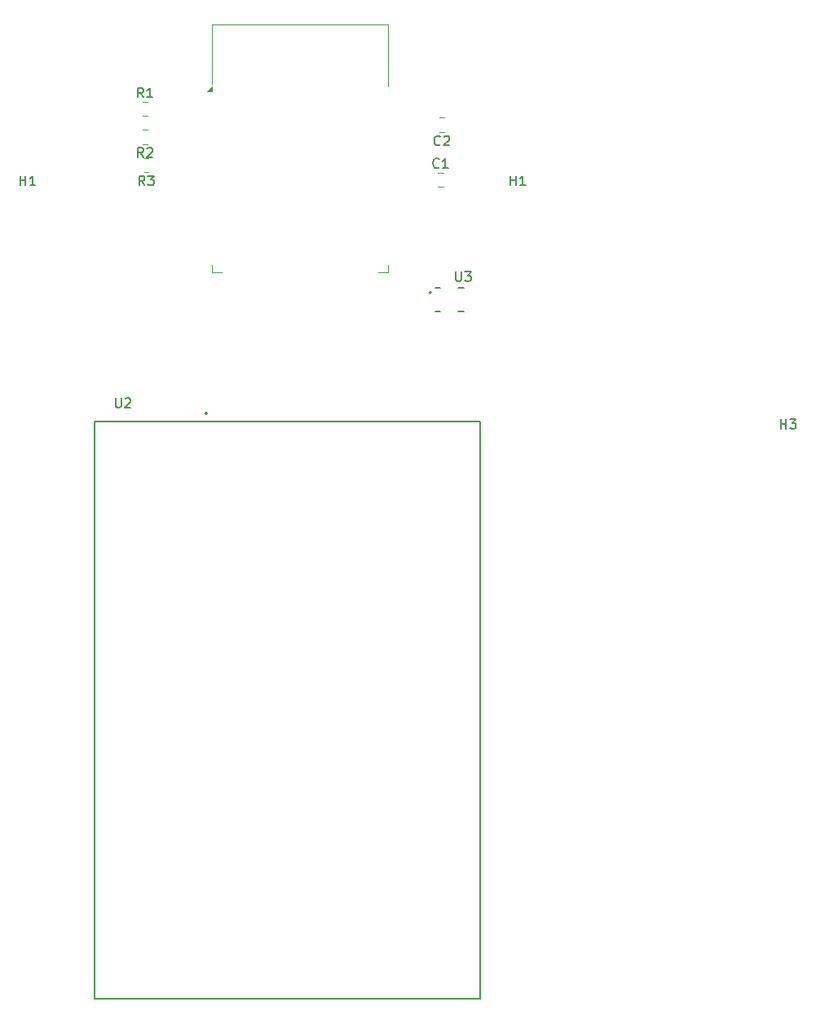
<source format=gbr>
%TF.GenerationSoftware,KiCad,Pcbnew,8.0.8*%
%TF.CreationDate,2025-03-13T01:14:28-05:00*%
%TF.ProjectId,BackTracker,4261636b-5472-4616-936b-65722e6b6963,rev?*%
%TF.SameCoordinates,Original*%
%TF.FileFunction,Legend,Top*%
%TF.FilePolarity,Positive*%
%FSLAX46Y46*%
G04 Gerber Fmt 4.6, Leading zero omitted, Abs format (unit mm)*
G04 Created by KiCad (PCBNEW 8.0.8) date 2025-03-13 01:14:28*
%MOMM*%
%LPD*%
G01*
G04 APERTURE LIST*
%ADD10C,0.150000*%
%ADD11C,0.200000*%
%ADD12C,0.127000*%
%ADD13C,0.120000*%
G04 APERTURE END LIST*
D10*
X75057095Y-43888819D02*
X75057095Y-42888819D01*
X75057095Y-43365009D02*
X75628523Y-43365009D01*
X75628523Y-43888819D02*
X75628523Y-42888819D01*
X76628523Y-43888819D02*
X76057095Y-43888819D01*
X76342809Y-43888819D02*
X76342809Y-42888819D01*
X76342809Y-42888819D02*
X76247571Y-43031676D01*
X76247571Y-43031676D02*
X76152333Y-43126914D01*
X76152333Y-43126914D02*
X76057095Y-43174533D01*
X120297095Y-52822819D02*
X120297095Y-53632342D01*
X120297095Y-53632342D02*
X120344714Y-53727580D01*
X120344714Y-53727580D02*
X120392333Y-53775200D01*
X120392333Y-53775200D02*
X120487571Y-53822819D01*
X120487571Y-53822819D02*
X120678047Y-53822819D01*
X120678047Y-53822819D02*
X120773285Y-53775200D01*
X120773285Y-53775200D02*
X120820904Y-53727580D01*
X120820904Y-53727580D02*
X120868523Y-53632342D01*
X120868523Y-53632342D02*
X120868523Y-52822819D01*
X121249476Y-52822819D02*
X121868523Y-52822819D01*
X121868523Y-52822819D02*
X121535190Y-53203771D01*
X121535190Y-53203771D02*
X121678047Y-53203771D01*
X121678047Y-53203771D02*
X121773285Y-53251390D01*
X121773285Y-53251390D02*
X121820904Y-53299009D01*
X121820904Y-53299009D02*
X121868523Y-53394247D01*
X121868523Y-53394247D02*
X121868523Y-53632342D01*
X121868523Y-53632342D02*
X121820904Y-53727580D01*
X121820904Y-53727580D02*
X121773285Y-53775200D01*
X121773285Y-53775200D02*
X121678047Y-53822819D01*
X121678047Y-53822819D02*
X121392333Y-53822819D01*
X121392333Y-53822819D02*
X121297095Y-53775200D01*
X121297095Y-53775200D02*
X121249476Y-53727580D01*
X84974095Y-65941819D02*
X84974095Y-66751342D01*
X84974095Y-66751342D02*
X85021714Y-66846580D01*
X85021714Y-66846580D02*
X85069333Y-66894200D01*
X85069333Y-66894200D02*
X85164571Y-66941819D01*
X85164571Y-66941819D02*
X85355047Y-66941819D01*
X85355047Y-66941819D02*
X85450285Y-66894200D01*
X85450285Y-66894200D02*
X85497904Y-66846580D01*
X85497904Y-66846580D02*
X85545523Y-66751342D01*
X85545523Y-66751342D02*
X85545523Y-65941819D01*
X85974095Y-66037057D02*
X86021714Y-65989438D01*
X86021714Y-65989438D02*
X86116952Y-65941819D01*
X86116952Y-65941819D02*
X86355047Y-65941819D01*
X86355047Y-65941819D02*
X86450285Y-65989438D01*
X86450285Y-65989438D02*
X86497904Y-66037057D01*
X86497904Y-66037057D02*
X86545523Y-66132295D01*
X86545523Y-66132295D02*
X86545523Y-66227533D01*
X86545523Y-66227533D02*
X86497904Y-66370390D01*
X86497904Y-66370390D02*
X85926476Y-66941819D01*
X85926476Y-66941819D02*
X86545523Y-66941819D01*
X125984095Y-43888819D02*
X125984095Y-42888819D01*
X125984095Y-43365009D02*
X126555523Y-43365009D01*
X126555523Y-43888819D02*
X126555523Y-42888819D01*
X127555523Y-43888819D02*
X126984095Y-43888819D01*
X127269809Y-43888819D02*
X127269809Y-42888819D01*
X127269809Y-42888819D02*
X127174571Y-43031676D01*
X127174571Y-43031676D02*
X127079333Y-43126914D01*
X127079333Y-43126914D02*
X126984095Y-43174533D01*
X87860333Y-34744819D02*
X87527000Y-34268628D01*
X87288905Y-34744819D02*
X87288905Y-33744819D01*
X87288905Y-33744819D02*
X87669857Y-33744819D01*
X87669857Y-33744819D02*
X87765095Y-33792438D01*
X87765095Y-33792438D02*
X87812714Y-33840057D01*
X87812714Y-33840057D02*
X87860333Y-33935295D01*
X87860333Y-33935295D02*
X87860333Y-34078152D01*
X87860333Y-34078152D02*
X87812714Y-34173390D01*
X87812714Y-34173390D02*
X87765095Y-34221009D01*
X87765095Y-34221009D02*
X87669857Y-34268628D01*
X87669857Y-34268628D02*
X87288905Y-34268628D01*
X88812714Y-34744819D02*
X88241286Y-34744819D01*
X88527000Y-34744819D02*
X88527000Y-33744819D01*
X88527000Y-33744819D02*
X88431762Y-33887676D01*
X88431762Y-33887676D02*
X88336524Y-33982914D01*
X88336524Y-33982914D02*
X88241286Y-34030533D01*
X87987333Y-43887819D02*
X87654000Y-43411628D01*
X87415905Y-43887819D02*
X87415905Y-42887819D01*
X87415905Y-42887819D02*
X87796857Y-42887819D01*
X87796857Y-42887819D02*
X87892095Y-42935438D01*
X87892095Y-42935438D02*
X87939714Y-42983057D01*
X87939714Y-42983057D02*
X87987333Y-43078295D01*
X87987333Y-43078295D02*
X87987333Y-43221152D01*
X87987333Y-43221152D02*
X87939714Y-43316390D01*
X87939714Y-43316390D02*
X87892095Y-43364009D01*
X87892095Y-43364009D02*
X87796857Y-43411628D01*
X87796857Y-43411628D02*
X87415905Y-43411628D01*
X88320667Y-42887819D02*
X88939714Y-42887819D01*
X88939714Y-42887819D02*
X88606381Y-43268771D01*
X88606381Y-43268771D02*
X88749238Y-43268771D01*
X88749238Y-43268771D02*
X88844476Y-43316390D01*
X88844476Y-43316390D02*
X88892095Y-43364009D01*
X88892095Y-43364009D02*
X88939714Y-43459247D01*
X88939714Y-43459247D02*
X88939714Y-43697342D01*
X88939714Y-43697342D02*
X88892095Y-43792580D01*
X88892095Y-43792580D02*
X88844476Y-43840200D01*
X88844476Y-43840200D02*
X88749238Y-43887819D01*
X88749238Y-43887819D02*
X88463524Y-43887819D01*
X88463524Y-43887819D02*
X88368286Y-43840200D01*
X88368286Y-43840200D02*
X88320667Y-43792580D01*
X118683833Y-39631580D02*
X118636214Y-39679200D01*
X118636214Y-39679200D02*
X118493357Y-39726819D01*
X118493357Y-39726819D02*
X118398119Y-39726819D01*
X118398119Y-39726819D02*
X118255262Y-39679200D01*
X118255262Y-39679200D02*
X118160024Y-39583961D01*
X118160024Y-39583961D02*
X118112405Y-39488723D01*
X118112405Y-39488723D02*
X118064786Y-39298247D01*
X118064786Y-39298247D02*
X118064786Y-39155390D01*
X118064786Y-39155390D02*
X118112405Y-38964914D01*
X118112405Y-38964914D02*
X118160024Y-38869676D01*
X118160024Y-38869676D02*
X118255262Y-38774438D01*
X118255262Y-38774438D02*
X118398119Y-38726819D01*
X118398119Y-38726819D02*
X118493357Y-38726819D01*
X118493357Y-38726819D02*
X118636214Y-38774438D01*
X118636214Y-38774438D02*
X118683833Y-38822057D01*
X119064786Y-38822057D02*
X119112405Y-38774438D01*
X119112405Y-38774438D02*
X119207643Y-38726819D01*
X119207643Y-38726819D02*
X119445738Y-38726819D01*
X119445738Y-38726819D02*
X119540976Y-38774438D01*
X119540976Y-38774438D02*
X119588595Y-38822057D01*
X119588595Y-38822057D02*
X119636214Y-38917295D01*
X119636214Y-38917295D02*
X119636214Y-39012533D01*
X119636214Y-39012533D02*
X119588595Y-39155390D01*
X119588595Y-39155390D02*
X119017167Y-39726819D01*
X119017167Y-39726819D02*
X119636214Y-39726819D01*
X87860333Y-40966819D02*
X87527000Y-40490628D01*
X87288905Y-40966819D02*
X87288905Y-39966819D01*
X87288905Y-39966819D02*
X87669857Y-39966819D01*
X87669857Y-39966819D02*
X87765095Y-40014438D01*
X87765095Y-40014438D02*
X87812714Y-40062057D01*
X87812714Y-40062057D02*
X87860333Y-40157295D01*
X87860333Y-40157295D02*
X87860333Y-40300152D01*
X87860333Y-40300152D02*
X87812714Y-40395390D01*
X87812714Y-40395390D02*
X87765095Y-40443009D01*
X87765095Y-40443009D02*
X87669857Y-40490628D01*
X87669857Y-40490628D02*
X87288905Y-40490628D01*
X88241286Y-40062057D02*
X88288905Y-40014438D01*
X88288905Y-40014438D02*
X88384143Y-39966819D01*
X88384143Y-39966819D02*
X88622238Y-39966819D01*
X88622238Y-39966819D02*
X88717476Y-40014438D01*
X88717476Y-40014438D02*
X88765095Y-40062057D01*
X88765095Y-40062057D02*
X88812714Y-40157295D01*
X88812714Y-40157295D02*
X88812714Y-40252533D01*
X88812714Y-40252533D02*
X88765095Y-40395390D01*
X88765095Y-40395390D02*
X88193667Y-40966819D01*
X88193667Y-40966819D02*
X88812714Y-40966819D01*
X154051095Y-69161819D02*
X154051095Y-68161819D01*
X154051095Y-68638009D02*
X154622523Y-68638009D01*
X154622523Y-69161819D02*
X154622523Y-68161819D01*
X155003476Y-68161819D02*
X155622523Y-68161819D01*
X155622523Y-68161819D02*
X155289190Y-68542771D01*
X155289190Y-68542771D02*
X155432047Y-68542771D01*
X155432047Y-68542771D02*
X155527285Y-68590390D01*
X155527285Y-68590390D02*
X155574904Y-68638009D01*
X155574904Y-68638009D02*
X155622523Y-68733247D01*
X155622523Y-68733247D02*
X155622523Y-68971342D01*
X155622523Y-68971342D02*
X155574904Y-69066580D01*
X155574904Y-69066580D02*
X155527285Y-69114200D01*
X155527285Y-69114200D02*
X155432047Y-69161819D01*
X155432047Y-69161819D02*
X155146333Y-69161819D01*
X155146333Y-69161819D02*
X155051095Y-69114200D01*
X155051095Y-69114200D02*
X155003476Y-69066580D01*
X118556833Y-41986580D02*
X118509214Y-42034200D01*
X118509214Y-42034200D02*
X118366357Y-42081819D01*
X118366357Y-42081819D02*
X118271119Y-42081819D01*
X118271119Y-42081819D02*
X118128262Y-42034200D01*
X118128262Y-42034200D02*
X118033024Y-41938961D01*
X118033024Y-41938961D02*
X117985405Y-41843723D01*
X117985405Y-41843723D02*
X117937786Y-41653247D01*
X117937786Y-41653247D02*
X117937786Y-41510390D01*
X117937786Y-41510390D02*
X117985405Y-41319914D01*
X117985405Y-41319914D02*
X118033024Y-41224676D01*
X118033024Y-41224676D02*
X118128262Y-41129438D01*
X118128262Y-41129438D02*
X118271119Y-41081819D01*
X118271119Y-41081819D02*
X118366357Y-41081819D01*
X118366357Y-41081819D02*
X118509214Y-41129438D01*
X118509214Y-41129438D02*
X118556833Y-41177057D01*
X119509214Y-42081819D02*
X118937786Y-42081819D01*
X119223500Y-42081819D02*
X119223500Y-41081819D01*
X119223500Y-41081819D02*
X119128262Y-41224676D01*
X119128262Y-41224676D02*
X119033024Y-41319914D01*
X119033024Y-41319914D02*
X118937786Y-41367533D01*
D11*
%TO.C,U3*%
X117734000Y-55003000D02*
G75*
G02*
X117534000Y-55003000I-100000J0D01*
G01*
X117534000Y-55003000D02*
G75*
G02*
X117734000Y-55003000I100000J0D01*
G01*
D12*
X118134000Y-57003000D02*
X118689000Y-57003000D01*
X118134000Y-56953000D02*
X118134000Y-57003000D01*
X121134000Y-57003000D02*
X120579000Y-57003000D01*
X121134000Y-56953000D02*
X121134000Y-57003000D01*
X121134000Y-54503000D02*
X120579000Y-54503000D01*
X121134000Y-54553000D02*
X121134000Y-54503000D01*
X118134000Y-54503000D02*
X118689000Y-54503000D01*
X118134000Y-54553000D02*
X118134000Y-54503000D01*
%TO.C,U2*%
X82811000Y-128372000D02*
X82811000Y-68372000D01*
X82811000Y-68372000D02*
X122811000Y-68372000D01*
X122811000Y-68372000D02*
X122811000Y-128372000D01*
X122811000Y-128372000D02*
X82811000Y-128372000D01*
D11*
X94480000Y-67564000D02*
G75*
G02*
X94280000Y-67564000I-100000J0D01*
G01*
X94280000Y-67564000D02*
G75*
G02*
X94480000Y-67564000I100000J0D01*
G01*
D13*
%TO.C,R1*%
X87799936Y-36676000D02*
X88254064Y-36676000D01*
X87799936Y-35206000D02*
X88254064Y-35206000D01*
%TO.C,R3*%
X88381064Y-41048000D02*
X87926936Y-41048000D01*
X88381064Y-42518000D02*
X87926936Y-42518000D01*
%TO.C,C2*%
X119111752Y-36857000D02*
X118589248Y-36857000D01*
X119111752Y-38327000D02*
X118589248Y-38327000D01*
%TO.C,R2*%
X88254064Y-38127000D02*
X87799936Y-38127000D01*
X88254064Y-39597000D02*
X87799936Y-39597000D01*
%TO.C,C1*%
X118462248Y-42572000D02*
X118984752Y-42572000D01*
X118462248Y-44042000D02*
X118984752Y-44042000D01*
%TO.C,U1*%
X95002000Y-34073000D02*
X94502000Y-34073000D01*
X95002000Y-33573000D01*
X95002000Y-34073000D01*
G36*
X95002000Y-34073000D02*
G01*
X94502000Y-34073000D01*
X95002000Y-33573000D01*
X95002000Y-34073000D01*
G37*
X113247000Y-52928000D02*
X112247000Y-52928000D01*
X113247000Y-52148000D02*
X113247000Y-52928000D01*
X113247000Y-27188000D02*
X113247000Y-33603000D01*
X95007000Y-52928000D02*
X96007000Y-52928000D01*
X95007000Y-52148000D02*
X95007000Y-52928000D01*
X95007000Y-27188000D02*
X113247000Y-27188000D01*
X95007000Y-27188000D02*
X95007000Y-33348000D01*
%TD*%
M02*

</source>
